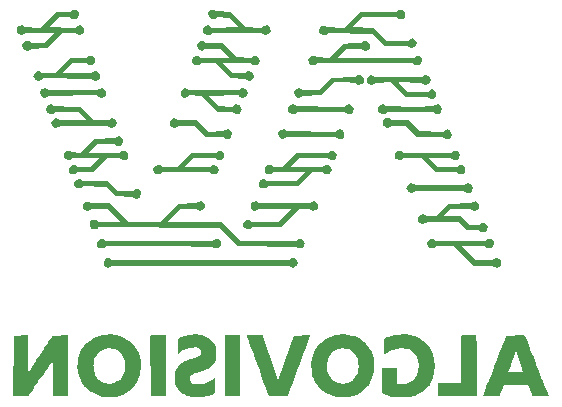
<source format=gbs>
G04*
G04 #@! TF.GenerationSoftware,Altium Limited,Altium Designer,23.8.1 (32)*
G04*
G04 Layer_Color=16711935*
%FSLAX25Y25*%
%MOIN*%
G70*
G04*
G04 #@! TF.SameCoordinates,0DE2839E-6DB8-40D6-88C8-AA8B4B5F9229*
G04*
G04*
G04 #@! TF.FilePolarity,Negative*
G04*
G01*
G75*
G36*
X213789Y173525D02*
X214285Y173401D01*
X214968Y172719D01*
X215092Y171726D01*
X214844Y171106D01*
X214285Y170547D01*
X213541Y170423D01*
X212672Y170547D01*
X212176Y171044D01*
X200761Y171168D01*
X199768Y170175D01*
X199706Y170113D01*
X197224Y167631D01*
X204607Y167569D01*
X208950Y163227D01*
X215837Y163289D01*
X216519Y163847D01*
X217512Y163971D01*
X218132Y163723D01*
X218690Y163041D01*
X218814Y162544D01*
X218690Y161676D01*
X218070Y161055D01*
X217263Y160745D01*
X216395Y160993D01*
X216023Y161365D01*
X208206Y161490D01*
X204111Y165584D01*
X189346Y165708D01*
X188601Y165212D01*
X187608Y165088D01*
X186988Y165336D01*
X186740Y165460D01*
X186678Y165646D01*
X186430Y165894D01*
X186305Y166887D01*
X186554Y167508D01*
X186678Y167756D01*
X187298Y168128D01*
X187794Y168252D01*
X188229Y168190D01*
X188849Y167942D01*
X189097Y167694D01*
X194681Y167569D01*
X199892Y172781D01*
X212176Y172905D01*
X212424Y173153D01*
X213045Y173525D01*
X213417Y173649D01*
X213789Y173525D01*
D02*
G37*
G36*
X104971D02*
X105468Y173401D01*
X106150Y172719D01*
X106274Y171726D01*
X106026Y171106D01*
X105468Y170547D01*
X104723Y170423D01*
X103855Y170547D01*
X103544Y170858D01*
X103482Y170920D01*
X103358Y171044D01*
X99512Y171168D01*
X96224Y167880D01*
X96100Y167631D01*
X105095Y167569D01*
X105716Y168190D01*
X106833Y168314D01*
X107453Y168066D01*
X108011Y167383D01*
X108135Y166515D01*
X107887Y165894D01*
X107391Y165398D01*
X106584Y165088D01*
X105716Y165336D01*
X105344Y165708D01*
X100753Y165832D01*
X95665Y160745D01*
X90330Y160621D01*
X89896Y160187D01*
X89089Y159877D01*
X88221Y160125D01*
X87910Y160435D01*
X87600Y160869D01*
X87414Y161552D01*
X87662Y162420D01*
X88345Y162979D01*
X88965Y163103D01*
X89834Y162979D01*
X90330Y162482D01*
X94797Y162358D01*
X98209Y165770D01*
X88345Y165832D01*
X88283Y165646D01*
X87910Y165398D01*
X87104Y165088D01*
X86235Y165336D01*
X85615Y166081D01*
X85491Y166577D01*
X85553Y167135D01*
X85801Y167756D01*
X86359Y168190D01*
X87352Y168314D01*
X87848Y168190D01*
X88345Y167694D01*
X93432Y167569D01*
X98643Y172781D01*
X103358Y172905D01*
X103606Y173153D01*
X104227Y173525D01*
X104599Y173649D01*
X104971Y173525D01*
D02*
G37*
G36*
X151377D02*
X151997Y173277D01*
X152246Y173029D01*
X156837Y172905D01*
X162048Y167694D01*
X167135Y167569D01*
X167569Y168004D01*
X167631Y168066D01*
X167880Y168190D01*
X168872Y168314D01*
X169493Y168066D01*
X170051Y167383D01*
X170175Y166515D01*
X169927Y165894D01*
X169803Y165646D01*
X169617Y165584D01*
X169431Y165398D01*
X168624Y165088D01*
X167756Y165336D01*
X167383Y165708D01*
X150509Y165832D01*
X150260Y165584D01*
X149826Y165274D01*
X149020Y165088D01*
X148399Y165336D01*
X148151Y165460D01*
X147717Y166018D01*
X147593Y167011D01*
X147717Y167508D01*
X148399Y168190D01*
X149392Y168314D01*
X150012Y168066D01*
X150260Y167942D01*
X150322Y167756D01*
X150509Y167569D01*
X159628Y167631D01*
X156340Y170920D01*
X152246Y171044D01*
X152184Y170858D01*
X151749Y170547D01*
X150757Y170423D01*
X150136Y170671D01*
X149888Y170796D01*
X149826Y170982D01*
X149578Y171230D01*
X149454Y172347D01*
X149764Y173029D01*
X150446Y173463D01*
X150943Y173587D01*
X151377Y173525D01*
D02*
G37*
G36*
X202746Y162855D02*
X203304Y162172D01*
X203429Y161303D01*
X203180Y160683D01*
X202684Y160187D01*
X201877Y159877D01*
X201009Y160125D01*
X200637Y160497D01*
X195301Y160621D01*
X192261Y157581D01*
X192323Y157519D01*
X217822Y157581D01*
X218504Y158140D01*
X219125Y158264D01*
X219993Y158015D01*
X220551Y157333D01*
X220676Y156340D01*
X220427Y155720D01*
X219745Y155162D01*
X218876Y155037D01*
X218256Y155286D01*
X218008Y155410D01*
X217946Y155596D01*
X217760Y155782D01*
X185561Y155720D01*
X185437Y155472D01*
X185251Y155410D01*
X185003Y155162D01*
X184010Y155037D01*
X183390Y155286D01*
X182831Y155968D01*
X182707Y156961D01*
X182955Y157581D01*
X183142Y157767D01*
X183390Y157891D01*
X183638Y158140D01*
X184506Y158264D01*
X185127Y158015D01*
X185499Y157643D01*
X189718Y157519D01*
X194433Y162234D01*
X197783Y162358D01*
X197907D01*
X200451Y162420D01*
X201133Y162979D01*
X202126Y163103D01*
X202746Y162855D01*
D02*
G37*
G36*
X148151D02*
X148399Y162730D01*
X148647Y162482D01*
X151129Y162358D01*
X154231D01*
X158946Y157643D01*
X163661Y157519D01*
X163909Y157767D01*
X164778Y158264D01*
X165646Y158140D01*
X166453Y157333D01*
X166577Y156588D01*
X166329Y155720D01*
X165646Y155162D01*
X164654Y155037D01*
X164033Y155286D01*
X163537Y155782D01*
X154293Y155720D01*
X157457Y152556D01*
X161676Y152432D01*
X161924Y152680D01*
X162358Y152990D01*
X163041Y153176D01*
X163909Y152928D01*
X164468Y152370D01*
X164592Y151253D01*
X164468Y150757D01*
X163785Y150074D01*
X163165Y149950D01*
X162296Y150074D01*
X161800Y150571D01*
X156837Y150695D01*
X151749Y155782D01*
X146848Y155720D01*
X146724Y155472D01*
X146538Y155410D01*
X146290Y155162D01*
X145297Y155037D01*
X144677Y155286D01*
X144118Y155968D01*
X143994Y156961D01*
X144243Y157581D01*
X144429Y157767D01*
X144677Y157891D01*
X144863Y158077D01*
X145545Y158264D01*
X146414Y158015D01*
X146910Y157519D01*
X156526Y157581D01*
X153611Y160497D01*
X148647Y160621D01*
X148399Y160373D01*
X147779Y160001D01*
X147283Y159877D01*
X146786Y160001D01*
X146228Y160311D01*
X146104Y160559D01*
X145856Y160807D01*
X145731Y161428D01*
X145856Y162296D01*
X146538Y162979D01*
X147531Y163103D01*
X148151Y162855D01*
D02*
G37*
G36*
X110927Y158015D02*
X111486Y157333D01*
X111610Y156837D01*
Y156713D01*
Y156340D01*
X111486Y155844D01*
X110803Y155162D01*
X109810Y155037D01*
X109314Y155162D01*
X108818Y155658D01*
X104103Y155782D01*
X100815Y152494D01*
X110555Y152432D01*
X110679Y152680D01*
X110927Y152804D01*
X111175Y153052D01*
X111920Y153176D01*
X112788Y152804D01*
X113347Y152122D01*
X113471Y151377D01*
X113223Y150757D01*
X113099Y150509D01*
X112540Y150074D01*
X111920Y149950D01*
X111051Y150074D01*
X110555Y150571D01*
X94176Y150695D01*
X93556Y150074D01*
X92563Y149950D01*
X91943Y150198D01*
X91695Y150322D01*
X91261Y151129D01*
X91136Y151501D01*
X91261Y151873D01*
X91509Y152494D01*
X92191Y153052D01*
X92936Y153176D01*
X93556Y152928D01*
X93804Y152804D01*
X94052Y152556D01*
X98271Y152432D01*
X103234Y157395D01*
X108570Y157519D01*
X109376Y158077D01*
X110059Y158264D01*
X110927Y158015D01*
D02*
G37*
G36*
X223033Y151377D02*
X223157Y151129D01*
X223405Y150881D01*
X223529Y150260D01*
X223405Y149392D01*
X222723Y148709D01*
X221606Y148585D01*
X220986Y148834D01*
X220614Y149206D01*
X212921Y149330D01*
X212859Y149144D01*
X214782Y147221D01*
X214844Y147158D01*
X215774Y146228D01*
X222537Y146290D01*
X223219Y146848D01*
X223964Y146972D01*
X224584Y146724D01*
X224832Y146600D01*
X225267Y146042D01*
X225391Y145049D01*
X225142Y144429D01*
X224460Y143870D01*
X223591Y143746D01*
X222971Y143994D01*
X222723Y144118D01*
X222599Y144367D01*
X214906Y144491D01*
X214844Y144677D01*
X211990Y147531D01*
X211866Y147779D01*
X210315Y149330D01*
X205166Y149268D01*
X205042Y149020D01*
X204855Y148958D01*
X204607Y148709D01*
X203615Y148585D01*
X203118Y148709D01*
X202436Y149392D01*
X202312Y150509D01*
X202560Y151129D01*
X203118Y151563D01*
X203739Y151811D01*
X204731Y151563D01*
X205104Y151191D01*
X220614Y151067D01*
X220862Y151315D01*
X221296Y151625D01*
X221978Y151811D01*
X223033Y151377D01*
D02*
G37*
G36*
X200513Y151563D02*
X200761Y151439D01*
X201195Y150881D01*
X201319Y149888D01*
X201195Y149392D01*
X200513Y148709D01*
X199396Y148585D01*
X198589Y149020D01*
X198465Y149268D01*
X194929Y149330D01*
X191331D01*
X187050Y145049D01*
X181094Y144925D01*
X180412Y144367D01*
X179419Y144243D01*
X178799Y144491D01*
X178240Y145173D01*
X178116Y146042D01*
X178364Y146662D01*
X178861Y147158D01*
X179667Y147469D01*
X180536Y147221D01*
X180908Y146848D01*
X186243Y146724D01*
X190462Y150943D01*
X198403Y151067D01*
X198651Y151315D01*
X199086Y151625D01*
X199892Y151811D01*
X200513Y151563D01*
D02*
G37*
G36*
X161676Y147221D02*
X161924Y147096D01*
X162358Y146538D01*
X162482Y145918D01*
X162358Y145049D01*
X161676Y144367D01*
X160683Y144243D01*
X160063Y144491D01*
X159815Y144615D01*
X159753Y144801D01*
X159566Y144987D01*
X149578Y144925D01*
X153114Y141389D01*
X157333Y141265D01*
X158077Y141761D01*
X158698Y142009D01*
X159566Y141885D01*
X159815Y141637D01*
X160373Y140954D01*
X160497Y140334D01*
X160373Y139838D01*
X160063Y139279D01*
X159815Y139155D01*
X159566Y138907D01*
X158574Y138783D01*
X157953Y139031D01*
X157581Y139403D01*
X152494Y139527D01*
X147158Y144863D01*
X143064Y144987D01*
X143002Y144801D01*
X142443Y144367D01*
X141451Y144243D01*
X140830Y144491D01*
X140272Y145173D01*
X140148Y145669D01*
X140272Y146538D01*
X140520Y146786D01*
X141203Y147345D01*
X141699Y147469D01*
X142568Y147221D01*
X142940Y146848D01*
X159566Y146724D01*
X159939Y147096D01*
X160001Y147158D01*
X160311Y147345D01*
X161055Y147469D01*
X161676Y147221D01*
D02*
G37*
G36*
X114774Y147096D02*
X115332Y146414D01*
X115456Y145669D01*
X115208Y145049D01*
X115084Y144801D01*
X114525Y144367D01*
X113905Y144243D01*
X113037Y144367D01*
X112416Y144987D01*
X96224Y144925D01*
X96100Y144677D01*
X95913Y144615D01*
X95665Y144367D01*
X94673Y144243D01*
X94176Y144367D01*
X93494Y145049D01*
X93370Y146166D01*
X93618Y146786D01*
X93804Y146972D01*
X94052Y147096D01*
X94239Y147283D01*
X94921Y147469D01*
X95789Y147221D01*
X96162Y146848D01*
X96906Y146724D01*
X112540D01*
X112788Y146972D01*
X113223Y147283D01*
X113905Y147469D01*
X114774Y147096D01*
D02*
G37*
G36*
X226569Y141761D02*
X227066Y141265D01*
X227376Y140458D01*
X227128Y139590D01*
X226445Y138907D01*
X225453Y138783D01*
X224832Y139031D01*
X224460Y139403D01*
X208826Y139527D01*
X208206Y138907D01*
X207213Y138783D01*
X206592Y139031D01*
X206034Y139590D01*
X205910Y140706D01*
X206158Y141327D01*
X206841Y141885D01*
X207709Y142009D01*
X208330Y141761D01*
X208702Y141389D01*
X218752Y141265D01*
X218876D01*
X224398Y141327D01*
X225080Y141885D01*
X225949Y142009D01*
X226569Y141761D01*
D02*
G37*
G36*
X197038D02*
X197535Y141265D01*
X197845Y140458D01*
X197597Y139590D01*
X196914Y138907D01*
X195922Y138783D01*
X195301Y139031D01*
X194929Y139403D01*
X178923Y139527D01*
X178799Y139279D01*
X178551Y139155D01*
X178302Y138907D01*
X177310Y138783D01*
X176689Y139031D01*
X176131Y139714D01*
X176007Y140458D01*
X176131Y140954D01*
X176441Y141513D01*
X176689Y141637D01*
X176937Y141885D01*
X177806Y142009D01*
X178427Y141761D01*
X178675Y141637D01*
X178799Y141389D01*
X193440Y141265D01*
X194805D01*
X195053Y141513D01*
X195301Y141637D01*
X195549Y141885D01*
X196418Y142009D01*
X197038Y141761D01*
D02*
G37*
G36*
X97527Y141885D02*
X98085Y141575D01*
X98209Y141327D01*
X104599Y141265D01*
X106957D01*
X111424Y136798D01*
X116014Y136674D01*
X116263Y136922D01*
X116883Y137294D01*
X117379Y137418D01*
X118248Y137046D01*
X118496Y136922D01*
X118558Y136736D01*
X118806Y136488D01*
X118930Y135867D01*
X118806Y134999D01*
X118124Y134316D01*
X117007Y134192D01*
X116387Y134440D01*
X116014Y134812D01*
X100132Y134937D01*
X99512Y134316D01*
X98395Y134192D01*
X98023Y134316D01*
X97775Y134440D01*
X97216Y135123D01*
X97092Y135991D01*
X97340Y136612D01*
X97651Y136922D01*
X98519Y137418D01*
X99512Y137170D01*
X100008Y136674D01*
X109004Y136736D01*
X106336Y139403D01*
X98271Y139527D01*
X98147Y139279D01*
X97899Y139155D01*
X97651Y138907D01*
X96782Y138783D01*
X96162Y139031D01*
X95913Y139155D01*
X95603Y139590D01*
X95355Y140210D01*
X95479Y141078D01*
X95727Y141327D01*
X95851Y141575D01*
X96038Y141637D01*
X96286Y141885D01*
X97030Y142009D01*
X97527Y141885D01*
D02*
G37*
G36*
X194061Y133448D02*
X194309Y133324D01*
X194371Y133137D01*
X194619Y132889D01*
X194743Y131773D01*
X194619Y131400D01*
X194495Y131152D01*
X193812Y130594D01*
X193068Y130470D01*
X192447Y130718D01*
X192199Y130842D01*
X191951Y131090D01*
X182769Y131214D01*
X175697D01*
X175449Y130966D01*
X175014Y130656D01*
X174332Y130470D01*
X173463Y130842D01*
X173215Y130966D01*
X173153Y131152D01*
X172905Y131400D01*
X172781Y132393D01*
X173029Y133013D01*
X173711Y133572D01*
X174704Y133696D01*
X175324Y133448D01*
X175697Y133075D01*
X191827Y132951D01*
X192447Y133572D01*
X193440Y133696D01*
X194061Y133448D01*
D02*
G37*
G36*
X209695Y137294D02*
X210253Y136984D01*
X210377Y136736D01*
X216147Y136674D01*
X219745Y133075D01*
X227562Y132951D01*
X228182Y133572D01*
X229299Y133696D01*
X229423D01*
X229795Y133448D01*
X230044Y133324D01*
X230106Y133137D01*
X230354Y132889D01*
X230478Y131773D01*
X230354Y131400D01*
X230230Y131152D01*
X229547Y130594D01*
X228803Y130470D01*
X228182Y130718D01*
X227934Y130842D01*
X227686Y131090D01*
X219125Y131214D01*
X215402Y134937D01*
X210501Y134874D01*
X209819Y134316D01*
X209074Y134192D01*
X208578Y134316D01*
X208019Y134626D01*
X207895Y134874D01*
X207647Y135123D01*
X207523Y135991D01*
X207771Y136612D01*
X208454Y137294D01*
X209198Y137418D01*
X209695Y137294D01*
D02*
G37*
G36*
X138969Y137170D02*
X139341Y136798D01*
X145545Y136674D01*
X148834Y133386D01*
X148896Y133324D01*
X149268Y132951D01*
X154417Y133013D01*
X155099Y133572D01*
X156092Y133696D01*
X156712Y133448D01*
X156899Y133262D01*
X157023Y133013D01*
X157271Y132765D01*
X157395Y132021D01*
X157023Y131152D01*
X156340Y130594D01*
X155720Y130470D01*
X155224Y130594D01*
X154665Y130904D01*
X154541Y131152D01*
X148523Y131214D01*
X144925Y134812D01*
X139590Y134937D01*
X138969Y134316D01*
X137852Y134192D01*
X137232Y134440D01*
X137046Y134626D01*
X136736Y135061D01*
X136550Y135743D01*
X136798Y136612D01*
X137108Y136922D01*
X137728Y137294D01*
X138101Y137418D01*
X138969Y137170D01*
D02*
G37*
G36*
X120357Y131090D02*
X120916Y130408D01*
X121040Y129415D01*
X120791Y128795D01*
X120109Y128236D01*
X119613Y128112D01*
X118744Y128236D01*
X118248Y128733D01*
X112168Y128857D01*
X109252Y125941D01*
X109314Y125879D01*
X119799Y125941D01*
X120481Y126499D01*
X121350Y126623D01*
X121970Y126375D01*
X122529Y125817D01*
X122653Y124700D01*
X122529Y124204D01*
X121846Y123521D01*
X120853Y123397D01*
X120233Y123645D01*
X119861Y124018D01*
X115642Y124142D01*
X110989Y119489D01*
X105778Y119365D01*
X105654Y119116D01*
X105468Y119054D01*
X105219Y118806D01*
X104227Y118682D01*
X103606Y118930D01*
X103048Y119613D01*
X102924Y120357D01*
X103172Y121226D01*
X103855Y121784D01*
X104723Y121908D01*
X105344Y121660D01*
X105592Y121536D01*
X105716Y121288D01*
X110183Y121164D01*
X113099Y124080D01*
X104103Y124142D01*
X103606Y123645D01*
X103358Y123521D01*
X103234D01*
X102490Y123397D01*
X101869Y123645D01*
X101311Y124328D01*
X101187Y125320D01*
X101435Y125941D01*
X102118Y126499D01*
X102986Y126623D01*
X103606Y126375D01*
X103979Y126003D01*
X106709Y125879D01*
X111361Y130532D01*
X118186Y130656D01*
X118868Y131214D01*
X119489Y131338D01*
X120357Y131090D01*
D02*
G37*
G36*
X232525Y126375D02*
X233021Y125879D01*
X233332Y125072D01*
X233084Y124204D01*
X232401Y123521D01*
X231409Y123397D01*
X230788Y123645D01*
X230292Y124142D01*
X223033Y124080D01*
X225825Y121288D01*
X231905Y121164D01*
X232277Y121288D01*
X233394Y121908D01*
X234386Y121660D01*
X234945Y120978D01*
X235069Y119985D01*
X234821Y119365D01*
X234697Y119116D01*
X234510Y119054D01*
X234262Y118806D01*
X233270Y118682D01*
X232773Y118806D01*
X232277Y119302D01*
X225204Y119427D01*
X222413Y122218D01*
X222351Y122281D01*
X220614Y124018D01*
X214409Y124142D01*
X214285Y123893D01*
X214037Y123769D01*
X213789Y123521D01*
X212921Y123397D01*
X212300Y123645D01*
X212052Y123769D01*
X211742Y124204D01*
X211494Y124824D01*
X211618Y125693D01*
X211866Y125941D01*
X211990Y126189D01*
X212176Y126251D01*
X212424Y126499D01*
X213293Y126623D01*
X213913Y126375D01*
X214161Y126251D01*
X214409Y125879D01*
X230354Y125941D01*
X231036Y126499D01*
X231905Y126623D01*
X232525Y126375D01*
D02*
G37*
G36*
X191455D02*
X191951Y125879D01*
X192261Y125072D01*
X192013Y124204D01*
X191331Y123521D01*
X190338Y123397D01*
X189718Y123645D01*
X189346Y124018D01*
X179543Y124142D01*
X176627Y121226D01*
X187608Y121164D01*
X187732Y121412D01*
X187981Y121536D01*
X188229Y121784D01*
X188973Y121908D01*
X189470Y121784D01*
X190028Y121474D01*
X190152Y121226D01*
X190400Y120978D01*
X190524Y120233D01*
X190400Y119737D01*
X190090Y119178D01*
X189842Y119054D01*
X189594Y118806D01*
X188601Y118682D01*
X187794Y119116D01*
X187670Y119365D01*
X184010Y119427D01*
X182583Y118000D01*
X182459Y117752D01*
X179481Y114774D01*
X169307Y114650D01*
X168624Y114091D01*
X167631Y113967D01*
X167135Y114091D01*
X166453Y114774D01*
X166329Y115766D01*
X166577Y116387D01*
X166701Y116635D01*
X167135Y116945D01*
X167383Y117069D01*
X167880Y117193D01*
X168748Y116945D01*
X169121Y116573D01*
X178675Y116449D01*
X181590Y119365D01*
X171106Y119427D01*
X170609Y118930D01*
X170547Y118868D01*
X170485Y118806D01*
X169493Y118682D01*
X168872Y118930D01*
X168314Y119613D01*
X168190Y120605D01*
X168438Y121226D01*
X169121Y121784D01*
X169617Y121908D01*
X170485Y121784D01*
X170982Y121288D01*
X174084Y121164D01*
X178737Y125817D01*
X189283Y125941D01*
X189966Y126499D01*
X190834Y126623D01*
X191455Y126375D01*
D02*
G37*
G36*
X153983D02*
X154541Y125693D01*
X154665Y124824D01*
X154541Y124328D01*
X154479Y124266D01*
X154417Y124080D01*
X153735Y123521D01*
X153238Y123397D01*
X152370Y123521D01*
X151873Y124018D01*
X144429Y124142D01*
X141513Y121226D01*
X150012Y121164D01*
X150260Y121412D01*
X150881Y121784D01*
X151377Y121908D01*
X152246Y121536D01*
X152804Y120853D01*
X152928Y120233D01*
X152680Y119365D01*
X151997Y118806D01*
X151005Y118682D01*
X150509Y118806D01*
X150012Y119302D01*
X134130Y119427D01*
X133510Y118806D01*
X132393Y118682D01*
X131772Y118930D01*
X131214Y119613D01*
X131090Y120109D01*
X131214Y120978D01*
X131649Y121412D01*
X132517Y121908D01*
X133510Y121660D01*
X133882Y121288D01*
X138969Y121164D01*
X143622Y125817D01*
X151811Y125941D01*
X152494Y126499D01*
X153362Y126623D01*
X153983Y126375D01*
D02*
G37*
G36*
X236744Y115456D02*
X236992Y115332D01*
X237364Y114712D01*
X237550Y114029D01*
X237178Y113161D01*
X236496Y112602D01*
X235751Y112478D01*
X235131Y112726D01*
X234883Y112850D01*
X234634Y113099D01*
X218504Y113223D01*
X218256Y112975D01*
X218008Y112850D01*
X217822Y112664D01*
X217139Y112478D01*
X216271Y112726D01*
X215961Y113037D01*
X215588Y113657D01*
X215464Y114029D01*
X215588Y114401D01*
X215837Y115022D01*
X215961Y115270D01*
X216147Y115332D01*
X216395Y115580D01*
X217015Y115704D01*
X217884Y115580D01*
X218504Y114960D01*
X234573Y115022D01*
X234634Y115084D01*
X235131Y115580D01*
X236123Y115704D01*
X236744Y115456D01*
D02*
G37*
G36*
X106709Y117069D02*
X107391Y116759D01*
X107515Y116511D01*
X116014Y116449D01*
X119240Y113223D01*
X124204Y113099D01*
X124824Y113719D01*
X125817Y113843D01*
X126313Y113719D01*
X126996Y113037D01*
X127120Y112044D01*
X126747Y111175D01*
X126685Y111113D01*
X126251Y110803D01*
X125569Y110617D01*
X124700Y110865D01*
X124328Y111237D01*
X118620Y111361D01*
X115394Y114587D01*
X107701Y114712D01*
X107081Y114091D01*
X105964Y113967D01*
X105344Y114215D01*
X104909Y114774D01*
X104785Y115022D01*
X104661Y115394D01*
X104909Y116387D01*
X105406Y116883D01*
X106212Y117193D01*
X106709Y117069D01*
D02*
G37*
G36*
X185375Y109500D02*
X185933Y108942D01*
X186057Y107825D01*
X185809Y107205D01*
X185127Y106646D01*
X184258Y106522D01*
X183638Y106771D01*
X183266Y107143D01*
X179667Y107267D01*
X173587Y101187D01*
X163909Y101063D01*
X163661Y100815D01*
X163227Y100505D01*
X162544Y100318D01*
X161676Y100691D01*
X161117Y101373D01*
X160993Y101993D01*
X161241Y102862D01*
X161924Y103420D01*
X162544Y103544D01*
X163413Y103420D01*
X163909Y102924D01*
X172719Y102800D01*
X177124Y107205D01*
X177062Y107267D01*
X166329Y107205D01*
X165646Y106646D01*
X164778Y106522D01*
X164157Y106771D01*
X163599Y107329D01*
X163475Y108446D01*
X163723Y109066D01*
X164406Y109624D01*
X165274Y109748D01*
X165894Y109500D01*
X166267Y109128D01*
X176441Y109004D01*
X183142D01*
X183762Y109624D01*
X184755Y109748D01*
X185375Y109500D01*
D02*
G37*
G36*
X239101D02*
X239660Y108818D01*
X239784Y107825D01*
X239474Y107143D01*
X239412Y107081D01*
X238853Y106646D01*
X237985Y106522D01*
X237364Y106771D01*
X236992Y107143D01*
X230292Y107267D01*
X227748Y104723D01*
X233642Y104661D01*
X236372Y101931D01*
X239598Y101807D01*
X240218Y102428D01*
X241335Y102552D01*
X242017Y102242D01*
X242638Y101125D01*
X242389Y100132D01*
X242079Y99822D01*
X241645Y99512D01*
X240963Y99326D01*
X240466Y99450D01*
X239908Y99760D01*
X239784Y100008D01*
X235751Y100070D01*
X232897Y102924D01*
X222165Y102862D01*
X222041Y102614D01*
X221854Y102552D01*
X221606Y102304D01*
X220614Y102180D01*
X219993Y102428D01*
X219435Y103110D01*
X219311Y103855D01*
X219559Y104723D01*
X220241Y105281D01*
X221110Y105406D01*
X221730Y105157D01*
X221978Y105033D01*
X222102Y104785D01*
X225204Y104661D01*
X229423Y108880D01*
X236868Y109004D01*
X237488Y109624D01*
X238481Y109748D01*
X239101Y109500D01*
D02*
G37*
G36*
X147655D02*
X148213Y108818D01*
X148337Y107825D01*
X148089Y107205D01*
X147407Y106646D01*
X146538Y106522D01*
X145918Y106771D01*
X145545Y107143D01*
X140086Y107267D01*
X135681Y102862D01*
X153859Y102800D01*
X160187Y96472D01*
X178613Y96534D01*
X179295Y97092D01*
X180164Y97216D01*
X180784Y96968D01*
X181094Y96658D01*
X181466Y96038D01*
X181590Y95665D01*
X181466Y95293D01*
X181218Y94673D01*
X181094Y94425D01*
X180908Y94362D01*
X180722Y94176D01*
X180040Y93990D01*
X179171Y94114D01*
X178675Y94611D01*
X159442Y94735D01*
X153238Y100939D01*
X112664Y101063D01*
X112602Y100877D01*
X112168Y100566D01*
X111920Y100442D01*
X111424Y100318D01*
X110555Y100566D01*
X110245Y100877D01*
X109934Y101311D01*
X109810Y101807D01*
X109872Y102366D01*
X110121Y102986D01*
X110679Y103420D01*
X111672Y103544D01*
X112168Y103420D01*
X112788Y102800D01*
X120171Y102862D01*
X118930Y104103D01*
X118868Y104165D01*
X115890Y107143D01*
X115022Y107267D01*
X110431Y107143D01*
X109997Y106709D01*
X109190Y106398D01*
X108321Y106646D01*
X107639Y107329D01*
X107515Y108073D01*
X107763Y108942D01*
X108446Y109500D01*
X109438Y109624D01*
X110059Y109376D01*
X110307Y109128D01*
X116511Y109004D01*
X122591Y102924D01*
X132765Y102800D01*
X133262Y102924D01*
X139217Y108880D01*
X145421Y109004D01*
X146042Y109624D01*
X147034Y109748D01*
X147655Y109500D01*
D02*
G37*
G36*
X243940Y96968D02*
X244499Y96286D01*
X244623Y95293D01*
X244375Y94673D01*
X243692Y94114D01*
X243196Y93990D01*
X242327Y94114D01*
X241707Y94735D01*
X233952Y94673D01*
X238357Y90268D01*
X244313Y90144D01*
X244375Y90330D01*
X244561Y90392D01*
X244809Y90640D01*
X245802Y90764D01*
X246422Y90516D01*
X246670Y90392D01*
X246732Y90206D01*
X246981Y89958D01*
X247105Y88841D01*
X246856Y88221D01*
X246298Y87786D01*
X246050Y87662D01*
X245678Y87538D01*
X245181Y87662D01*
X244809Y87786D01*
X244561Y87910D01*
X244313Y88159D01*
X237861Y88283D01*
X233456Y92687D01*
X233394Y92750D01*
X231409Y94735D01*
X225267Y94673D01*
X224584Y94114D01*
X223591Y93990D01*
X222785Y94425D01*
X222661Y94673D01*
X222475Y94859D01*
X222289Y95665D01*
X222661Y96534D01*
X223343Y97092D01*
X224088Y97216D01*
X224708Y96968D01*
X224956Y96844D01*
X225204Y96472D01*
X241769Y96534D01*
X242452Y97092D01*
X243072Y97216D01*
X243940Y96968D01*
D02*
G37*
G36*
X152990D02*
X153300Y96658D01*
X153611Y96224D01*
X153797Y95541D01*
X153673Y95045D01*
X153362Y94487D01*
X153114Y94362D01*
X152866Y94114D01*
X151873Y93990D01*
X151253Y94239D01*
X150881Y94611D01*
X136363Y94735D01*
X115146D01*
X114525Y94114D01*
X113533Y93990D01*
X112912Y94239D01*
X112354Y94797D01*
X112230Y95913D01*
X112478Y96534D01*
X113161Y97092D01*
X114029Y97216D01*
X114649Y96968D01*
X115022Y96596D01*
X150881Y96472D01*
X151005Y96720D01*
X151253Y96844D01*
X151501Y97092D01*
X152370Y97216D01*
X152990Y96968D01*
D02*
G37*
G36*
X178302Y90640D02*
X178551Y90516D01*
X179109Y89834D01*
X179233Y88965D01*
X178985Y88345D01*
X178675Y88034D01*
X177806Y87538D01*
X176813Y87786D01*
X176441Y88159D01*
X117503Y88283D01*
X117255Y88034D01*
X116635Y87662D01*
X116139Y87538D01*
X115270Y87910D01*
X114712Y88593D01*
X114587Y89461D01*
X114836Y90082D01*
X115394Y90640D01*
X116511Y90764D01*
X117131Y90516D01*
X117379Y90268D01*
X174828Y90144D01*
X176317D01*
X176813Y90640D01*
X177930Y90764D01*
X178302Y90640D01*
D02*
G37*
G36*
X102676Y44793D02*
X97775Y44731D01*
X97651Y56642D01*
X97589Y56580D01*
X97465Y56332D01*
X97216Y56084D01*
X97092Y55836D01*
X95851Y54099D01*
X95727Y53851D01*
X94487Y52113D01*
X94362Y51865D01*
X94114Y51617D01*
X93990Y51369D01*
X92750Y49632D01*
X92625Y49384D01*
X91385Y47647D01*
X91261Y47398D01*
X91012Y47150D01*
X90888Y46902D01*
X89648Y45165D01*
X89523Y44917D01*
X89337Y44731D01*
X84436Y44793D01*
X84498Y64956D01*
X89337Y65080D01*
X89399Y54099D01*
Y53975D01*
X89461Y52796D01*
X90144Y53727D01*
X90640Y54595D01*
X91261Y55464D01*
X91385Y55712D01*
X92005Y56580D01*
X92129Y56828D01*
X92750Y57697D01*
X93246Y58566D01*
X93866Y59434D01*
X93990Y59682D01*
X94611Y60551D01*
X94735Y60799D01*
X95355Y61668D01*
X95851Y62536D01*
X96472Y63405D01*
X96596Y63653D01*
X97216Y64521D01*
X97340Y64770D01*
X97527Y64956D01*
X102614Y65080D01*
X102676Y44793D01*
D02*
G37*
G36*
X183452Y64894D02*
X183390Y64707D01*
X181901Y60737D01*
X181404Y59372D01*
X179915Y55401D01*
X179419Y54037D01*
X177558Y49073D01*
X177062Y47709D01*
X175945Y44731D01*
X169679Y44793D01*
X169369Y45599D01*
X168624Y47585D01*
X168128Y48949D01*
X167011Y51927D01*
X166515Y53292D01*
X166205Y54099D01*
Y54223D01*
X166143Y54285D01*
X165026Y57263D01*
X164530Y58628D01*
X163413Y61606D01*
X162917Y62970D01*
X162606Y63777D01*
X162234Y64645D01*
X162296Y65080D01*
X167569Y65018D01*
X167756Y64583D01*
X171354Y54037D01*
X172719Y50066D01*
X172781Y50128D01*
X173711Y52796D01*
X177310Y63219D01*
X177930Y64956D01*
X183266Y65080D01*
X183452Y64894D01*
D02*
G37*
G36*
X217015Y65080D02*
X217884Y64832D01*
X218380Y64707D01*
X219745Y64087D01*
X220489Y63591D01*
X220738Y63467D01*
X220986Y63219D01*
X221234Y63095D01*
X222289Y62040D01*
X223157Y60923D01*
X223902Y59558D01*
X224274Y58690D01*
X224460Y58007D01*
X224584Y57511D01*
X224708Y56766D01*
X224894Y54843D01*
X224646Y52362D01*
X224274Y50873D01*
X223281Y48763D01*
X223157Y48515D01*
X222909Y48267D01*
X222785Y48019D01*
X221420Y46654D01*
X220676Y46158D01*
X219435Y45413D01*
X218194Y44917D01*
X217698Y44793D01*
X216891Y44607D01*
X216519Y44482D01*
X212424Y44359D01*
X211928Y44482D01*
X210687Y44607D01*
X209695Y44855D01*
X208826Y45103D01*
X207957Y45475D01*
X207399Y45785D01*
X207275Y54223D01*
X212176Y54285D01*
X212300Y48949D01*
X214906Y48825D01*
X215898Y49073D01*
X217263Y49694D01*
X218318Y50749D01*
X218938Y51865D01*
X219001Y51927D01*
X219311Y52734D01*
X219435Y53106D01*
X219559Y55091D01*
X219435Y56332D01*
X218938Y57945D01*
X218070Y59186D01*
X217388Y59744D01*
X216271Y60365D01*
X215650Y60613D01*
X213541Y60737D01*
X212300Y60613D01*
X210811Y60241D01*
X209695Y59744D01*
X208950Y59248D01*
X208702Y59124D01*
X208206Y58628D01*
X208019Y58690D01*
X208082Y63839D01*
X209136Y64397D01*
X210501Y64894D01*
X211308Y65080D01*
X211680Y65204D01*
X215278Y65328D01*
X217015Y65080D01*
D02*
G37*
G36*
X254984Y64956D02*
X255356Y63963D01*
X255852Y62722D01*
X256224Y61730D01*
X256721Y60489D01*
X257093Y59496D01*
X257837Y57635D01*
X258210Y56642D01*
X258706Y55401D01*
X259078Y54409D01*
X259575Y53168D01*
X259947Y52175D01*
X260443Y50935D01*
X260815Y49942D01*
X261312Y48701D01*
X261684Y47709D01*
X262180Y46468D01*
X262490Y45661D01*
X262863Y44793D01*
X257465Y44731D01*
X257217Y45351D01*
X256286Y47895D01*
X256038Y48515D01*
X253991Y48577D01*
X247911D01*
X247539Y47460D01*
X246794Y45351D01*
X246546Y44731D01*
X240901Y44793D01*
X240963Y44855D01*
X241211Y45475D01*
X241583Y46468D01*
X242079Y47709D01*
X242452Y48701D01*
X242948Y49942D01*
X243320Y50935D01*
X243816Y52175D01*
X244189Y53168D01*
X244685Y54409D01*
X245057Y55401D01*
X245553Y56642D01*
X245926Y57635D01*
X246422Y58876D01*
X246794Y59868D01*
X247291Y61109D01*
X247663Y62102D01*
X248159Y63343D01*
X248531Y64335D01*
X248780Y64956D01*
X254611Y65080D01*
X254984Y64956D01*
D02*
G37*
G36*
X238791Y65018D02*
X238915Y61544D01*
Y61419D01*
Y44793D01*
X226073Y44731D01*
X226011Y49136D01*
X233642Y49198D01*
X233704Y64894D01*
X233890Y65080D01*
X238791Y65018D01*
D02*
G37*
G36*
X160125Y64521D02*
Y64397D01*
Y44793D01*
X155099Y44731D01*
X155037Y65018D01*
X160063Y65080D01*
X160125Y64521D01*
D02*
G37*
G36*
X135185Y65018D02*
X135309Y45289D01*
Y45165D01*
Y44793D01*
X130159Y44731D01*
X130097Y64894D01*
X130284Y65080D01*
X135185Y65018D01*
D02*
G37*
G36*
X196294Y65204D02*
X197287Y64956D01*
X198155Y64707D01*
X199768Y63963D01*
X200637Y63343D01*
X200885Y63219D01*
X201381Y62722D01*
X201816Y62412D01*
X201940Y62164D01*
X202250Y61854D01*
X202808Y61171D01*
X203118Y60737D01*
X203863Y59496D01*
X204359Y58131D01*
X204545Y57449D01*
X204669Y57077D01*
X204793Y54471D01*
X204669Y52858D01*
X204421Y51865D01*
X204111Y50811D01*
X203801Y50004D01*
X203180Y49011D01*
X203056Y48763D01*
X202808Y48515D01*
X202684Y48267D01*
X201443Y47026D01*
X199892Y45847D01*
X198838Y45289D01*
X197287Y44731D01*
X196790Y44607D01*
X196418Y44482D01*
X193936Y44359D01*
X192323Y44482D01*
X191331Y44731D01*
X190462Y44979D01*
X188601Y45847D01*
X188353Y45972D01*
X188291Y46033D01*
X187856Y46344D01*
X187608Y46468D01*
X187112Y46964D01*
X186678Y47274D01*
X186554Y47523D01*
X185871Y48205D01*
X185065Y49384D01*
X184506Y50438D01*
X184072Y51617D01*
X183948Y52113D01*
X183824Y52486D01*
X183700Y55712D01*
X183824Y56953D01*
X184196Y58442D01*
X185313Y60799D01*
X185561Y61047D01*
X185685Y61295D01*
X186181Y61792D01*
X186305Y62040D01*
X186740Y62474D01*
X186988Y62598D01*
X187484Y63095D01*
X187732Y63219D01*
X187981Y63467D01*
X189904Y64521D01*
X191083Y64956D01*
X191579Y65080D01*
X191951Y65204D01*
X194681Y65328D01*
X196294Y65204D01*
D02*
G37*
G36*
X146786D02*
X147283Y65080D01*
X147965Y64894D01*
X148771Y64583D01*
X149516Y64087D01*
X149764Y63963D01*
X150881Y62846D01*
X151501Y61854D01*
X151811Y61047D01*
X151936Y60675D01*
X152059Y58442D01*
X151811Y56953D01*
X151191Y55588D01*
X151067Y55339D01*
X150012Y54285D01*
X148337Y53354D01*
X146786Y52796D01*
X145049Y52300D01*
X143932Y51803D01*
X143684Y51679D01*
X143374Y51245D01*
X143250Y50128D01*
X143498Y49508D01*
X144305Y48949D01*
X145421Y48825D01*
X145793Y48701D01*
X146910Y48825D01*
X147779Y48949D01*
X148647Y49198D01*
X150509Y50066D01*
X150757Y50190D01*
X151625Y50811D01*
X151687Y45785D01*
X150695Y45289D01*
X148958Y44669D01*
X147779Y44482D01*
X147407Y44359D01*
X144491Y44420D01*
X143746Y44545D01*
X143126Y44669D01*
X142443Y44855D01*
X141327Y45351D01*
X141078Y45475D01*
X139838Y46344D01*
X139279Y47026D01*
X138411Y48639D01*
X138287Y49384D01*
X138163Y49756D01*
X138225Y51803D01*
X138411Y52858D01*
X139031Y54223D01*
X139155Y54471D01*
X139403Y54719D01*
X139527Y54967D01*
X140086Y55401D01*
X140520Y55712D01*
X141513Y56332D01*
X142133Y56580D01*
X143312Y57015D01*
X145049Y57511D01*
X146414Y58131D01*
X146662Y58255D01*
X146786Y58504D01*
X146848Y58566D01*
X146972Y58814D01*
X147096Y59310D01*
X146848Y60179D01*
X146166Y60737D01*
X145173Y60985D01*
X143560Y60861D01*
X143064Y60737D01*
X142195Y60489D01*
X141078Y59992D01*
X139465Y58876D01*
X139403Y63901D01*
X140396Y64397D01*
X141761Y64894D01*
X142568Y65080D01*
X142940Y65204D01*
X145545Y65328D01*
X146786Y65204D01*
D02*
G37*
G36*
X118124D02*
X118992Y65080D01*
X120605Y64583D01*
X121722Y64087D01*
X122467Y63591D01*
X122715Y63467D01*
X122963Y63219D01*
X123211Y63095D01*
X124328Y61978D01*
X124948Y61233D01*
X125755Y60054D01*
X125879Y59806D01*
X126189Y59124D01*
X126561Y58131D01*
X126747Y57325D01*
X126871Y56953D01*
X126996Y54099D01*
X126747Y52362D01*
X126623Y51865D01*
X126375Y50997D01*
X125631Y49384D01*
X125569Y49322D01*
X125258Y48887D01*
X125134Y48639D01*
X124886Y48391D01*
X124762Y48143D01*
X123335Y46716D01*
X123087Y46592D01*
X122839Y46344D01*
X121040Y45289D01*
X119489Y44731D01*
X118992Y44607D01*
X118620Y44482D01*
X115642Y44359D01*
X113905Y44607D01*
X112664Y44979D01*
X110555Y45972D01*
X110307Y46096D01*
X110059Y46344D01*
X109810Y46468D01*
X109314Y46964D01*
X109066Y47088D01*
X108508Y47647D01*
X108384Y47895D01*
X108073Y48205D01*
X107019Y49756D01*
X106895Y50004D01*
X106522Y50873D01*
X106274Y51493D01*
X106150Y51989D01*
X106026Y52362D01*
X105902Y53851D01*
X105778Y54223D01*
X105902Y56208D01*
X106026Y57077D01*
X106398Y58566D01*
X107391Y60675D01*
X107639Y60923D01*
X107763Y61171D01*
X108011Y61419D01*
X108135Y61668D01*
X109066Y62598D01*
X109314Y62722D01*
X109562Y62970D01*
X109997Y63281D01*
X111175Y64087D01*
X112106Y64521D01*
X113285Y64956D01*
X113781Y65080D01*
X114153Y65204D01*
X117628Y65328D01*
X118124Y65204D01*
D02*
G37*
%LPC*%
G36*
X251882Y59744D02*
X251571Y58814D01*
X251261Y58007D01*
X251199Y57945D01*
X250765Y56518D01*
X250145Y54781D01*
X249710Y53602D01*
X249462Y52982D01*
X249524Y52796D01*
X254425Y52858D01*
X254115Y53789D01*
X253619Y55153D01*
X252192Y59062D01*
X251882Y59744D01*
D02*
G37*
G36*
X194061Y60737D02*
X193192Y60613D01*
X192696Y60489D01*
X191331Y59868D01*
X191083Y59744D01*
X190710Y59372D01*
X190152Y58690D01*
X189283Y57077D01*
X189159Y56704D01*
X189035Y55339D01*
X188911Y54967D01*
X188973Y54781D01*
X189097Y53416D01*
X189283Y52610D01*
X189656Y51741D01*
X190152Y50997D01*
X190276Y50749D01*
X190524Y50500D01*
X191207Y49942D01*
X191889Y49508D01*
X192882Y49136D01*
X194309Y48949D01*
X195177Y49073D01*
X195674Y49198D01*
X196542Y49446D01*
X197287Y49942D01*
X197535Y50066D01*
X198093Y50625D01*
X198217Y50873D01*
X198465Y51121D01*
X199210Y52486D01*
Y52610D01*
X199334Y52858D01*
X199458Y54099D01*
X199582Y54471D01*
X199458Y56084D01*
X199210Y57077D01*
X198714Y58193D01*
X198589Y58442D01*
X198341Y58690D01*
X198217Y58938D01*
X197969Y59186D01*
X197287Y59744D01*
X196170Y60365D01*
X195549Y60613D01*
X194061Y60737D01*
D02*
G37*
G36*
X116263D02*
X114774Y60489D01*
X114153Y60241D01*
X113533Y59868D01*
X113285Y59744D01*
X112788Y59248D01*
X112230Y58566D01*
X111734Y57697D01*
X111361Y56828D01*
X111237Y55588D01*
X111113Y55215D01*
X111175Y54409D01*
X111299Y53292D01*
X111424Y52796D01*
X111486Y52734D01*
X111610Y52362D01*
X111734Y51865D01*
X112230Y51121D01*
X112354Y50873D01*
X113099Y50128D01*
X114091Y49508D01*
X115084Y49136D01*
X116511Y48949D01*
X118000Y49198D01*
X119116Y49694D01*
X119365Y49818D01*
X119613Y50066D01*
X119861Y50190D01*
X120171Y50500D01*
X120295Y50749D01*
X120543Y50997D01*
X121288Y52362D01*
X121536Y52982D01*
X121660Y55588D01*
X121536Y56456D01*
X121288Y57325D01*
X121040Y57945D01*
X120171Y59186D01*
X119489Y59744D01*
X118372Y60365D01*
X117752Y60613D01*
X116263Y60737D01*
D02*
G37*
%LPD*%
M02*

</source>
